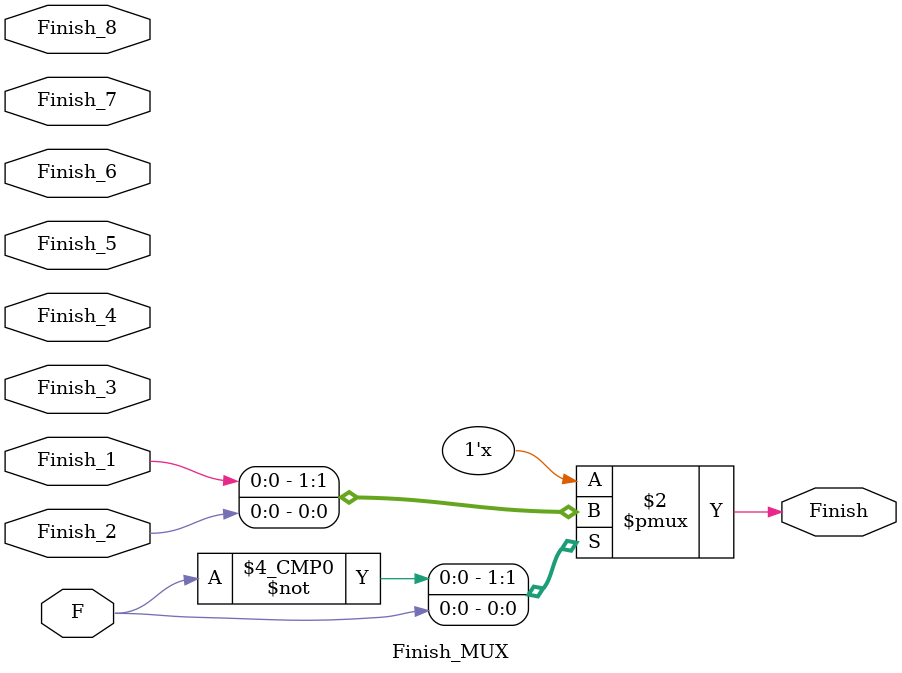
<source format=v>


module Finish_MUX(
input Finish_1,
input Finish_2,
input Finish_3,
input Finish_4,
input Finish_5,
input Finish_6,
input Finish_7,
input Finish_8,
input F,
output reg Finish
    );
    
    always@(*)
    begin
      case (F)
        3'b000: Finish <= Finish_1;
        3'b001: Finish <= Finish_2;
        3'b010: Finish <= Finish_3;
        3'b011: Finish <= Finish_4;
        3'b100: Finish <= Finish_5;
        3'b101: Finish <= Finish_6;
        3'b110: Finish <= Finish_7;
        3'b111: Finish <= Finish_8;
     endcase           
    end
    
    
endmodule




</source>
